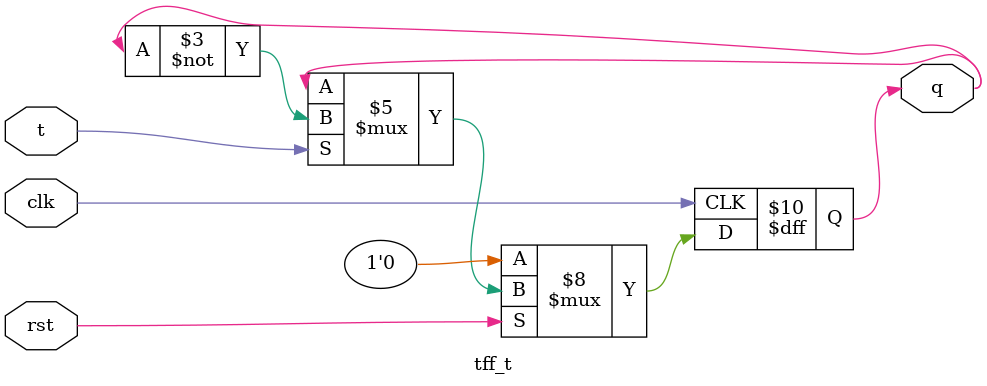
<source format=v>
module tff_t (

	input t, clk, rst,
	output reg q
	
	
);

	always @ (posedge clk) begin
		if (!rst)
			q <= 0;
		else
			if (t)
				q <= ~q;
			else 
				q <= q;
	end
endmodule  
</source>
